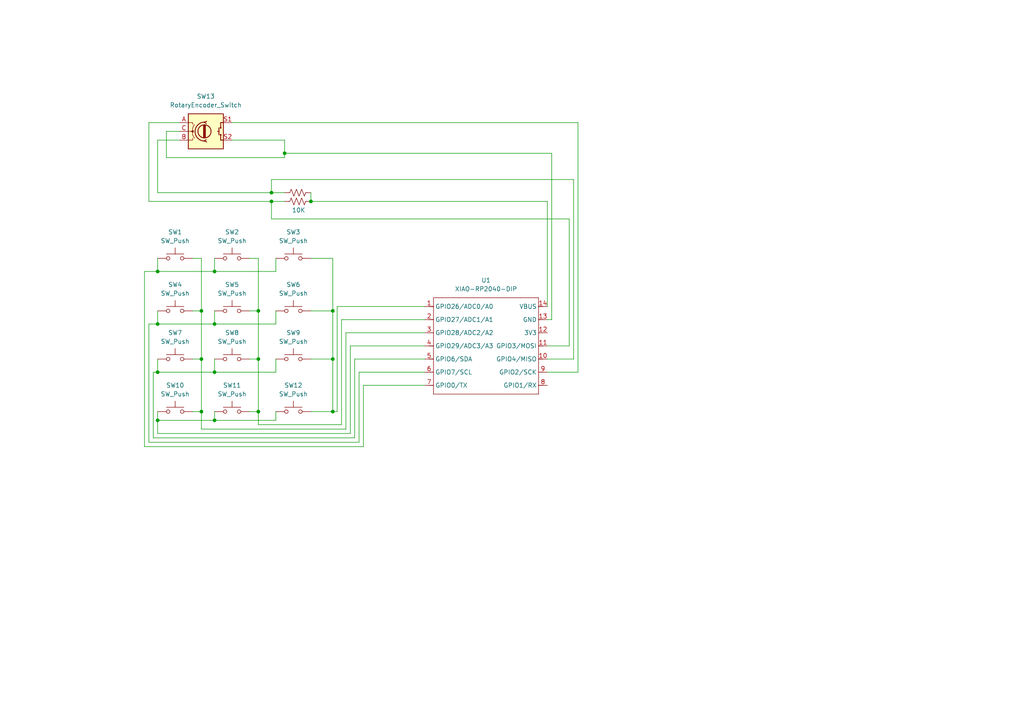
<source format=kicad_sch>
(kicad_sch (version 20250114) (generator "eeschema") (generator_version "9.0")
  (paper "A4")
  (lib_symbols
    (symbol "Device:R_US" (pin_numbers (hide yes)) (pin_names (offset 0))
      (property "Reference" "R" (at 2.54 0 90))
      (property "Value" "R_US" (at -2.54 0 90))
      (symbol "R_US_0_1"
        (polyline (pts (xy 0 2.286) (xy 0 2.54)))
        (polyline (pts (xy 0 2.286) (xy 1.016 1.905) (xy 0 1.524) (xy -1.016 1.143) (xy 0 0.762)))
        (polyline (pts (xy 0 0.762) (xy 1.016 0.381) (xy 0 0) (xy -1.016 -0.381) (xy 0 -0.762)))
        (polyline (pts (xy 0 -0.762) (xy 1.016 -1.143) (xy 0 -1.524) (xy -1.016 -1.905) (xy 0 -2.286)))
        (polyline (pts (xy 0 -2.286) (xy 0 -2.54)))
      )
      (symbol "R_US_1_1"
        (pin passive line (at 0 3.81 270) (length 1.27) (name "~") (number "1"))
        (pin passive line (at 0 -3.81 90) (length 1.27) (name "~") (number "2"))
      )
    )
    (symbol "Device:RotaryEncoder_Switch" (pin_names (offset 0.254) (hide yes))
      (property "Reference" "SW" (at 0 6.604 0))
      (property "Value" "RotaryEncoder_Switch" (at 0 -6.604 0))
      (symbol "RotaryEncoder_Switch_0_1"
        (rectangle (start -5.08 5.08) (end 5.08 -5.08) (stroke (width 0.254)) (fill (type background)))
        (polyline (pts (xy -5.08 2.54) (xy -3.81 2.54) (xy -3.81 2.032)))
        (polyline (pts (xy -5.08 0) (xy -3.81 0) (xy -3.81 -1.016) (xy -3.302 -2.032)))
        (polyline (pts (xy -5.08 -2.54) (xy -3.81 -2.54) (xy -3.81 -2.032)))
        (polyline (pts (xy -4.318 0) (xy -3.81 0) (xy -3.81 1.016) (xy -3.302 2.032)))
        (circle (center -3.81 0) (radius 0.254) (fill (type outline)))
        (polyline (pts (xy -0.635 -1.778) (xy -0.635 1.778)) (stroke (width 0.254)))
        (circle (center -0.381 0) (radius 1.905) (stroke (width 0.254)))
        (polyline (pts (xy -0.381 -1.778) (xy -0.381 1.778)) (stroke (width 0.254)))
        (arc (start -0.381 -2.794) (mid -3.0988 -0.0635) (end -0.381 2.667) (stroke (width 0.254)))
        (polyline (pts (xy -0.127 1.778) (xy -0.127 -1.778)) (stroke (width 0.254)))
        (polyline (pts (xy 0.254 2.921) (xy -0.508 2.667) (xy 0.127 2.286)) (stroke (width 0.254)))
        (polyline (pts (xy 0.254 -3.048) (xy -0.508 -2.794) (xy 0.127 -2.413)) (stroke (width 0.254)))
        (polyline (pts (xy 3.81 1.016) (xy 3.81 -1.016)) (stroke (width 0.254)))
        (polyline (pts (xy 3.81 0) (xy 3.429 0)) (stroke (width 0.254)))
        (circle (center 4.318 1.016) (radius 0.127) (stroke (width 0.254)))
        (circle (center 4.318 -1.016) (radius 0.127) (stroke (width 0.254)))
        (polyline (pts (xy 5.08 2.54) (xy 4.318 2.54) (xy 4.318 1.016)) (stroke (width 0.254)))
        (polyline (pts (xy 5.08 -2.54) (xy 4.318 -2.54) (xy 4.318 -1.016)) (stroke (width 0.254)))
      )
      (symbol "RotaryEncoder_Switch_1_1"
        (pin passive line (at -7.62 2.54 0) (length 2.54) (name "A") (number "A"))
        (pin passive line (at -7.62 0 0) (length 2.54) (name "C") (number "C"))
        (pin passive line (at -7.62 -2.54 0) (length 2.54) (name "B") (number "B"))
        (pin passive line (at 7.62 2.54 180) (length 2.54) (name "S1") (number "S1"))
        (pin passive line (at 7.62 -2.54 180) (length 2.54) (name "S2") (number "S2"))
      )
    )
    (symbol "OPL:XIAO-RP2040-DIP"
      (property "Reference" "U" (at 0 0 0))
      (property "Value" "XIAO-RP2040-DIP" (at 5.334 -1.778 0))
      (symbol "XIAO-RP2040-DIP_1_0"
        (polyline (pts (xy -1.27 -2.54) (xy 29.21 -2.54)) (stroke (width 0.1524)))
        (polyline (pts (xy -1.27 -5.08) (xy -2.54 -5.08)) (stroke (width 0.1524)))
        (polyline (pts (xy -1.27 -5.08) (xy -1.27 -2.54)) (stroke (width 0.1524)))
        (polyline (pts (xy -1.27 -8.89) (xy -2.54 -8.89)) (stroke (width 0.1524)))
        (polyline (pts (xy -1.27 -8.89) (xy -1.27 -5.08)) (stroke (width 0.1524)))
        (polyline (pts (xy -1.27 -12.7) (xy -2.54 -12.7)) (stroke (width 0.1524)))
        (polyline (pts (xy -1.27 -12.7) (xy -1.27 -8.89)) (stroke (width 0.1524)))
        (polyline (pts (xy -1.27 -16.51) (xy -2.54 -16.51)) (stroke (width 0.1524)))
        (polyline (pts (xy -1.27 -16.51) (xy -1.27 -12.7)) (stroke (width 0.1524)))
        (polyline (pts (xy -1.27 -20.32) (xy -2.54 -20.32)) (stroke (width 0.1524)))
        (polyline (pts (xy -1.27 -24.13) (xy -2.54 -24.13)) (stroke (width 0.1524)))
        (polyline (pts (xy -1.27 -27.94) (xy -2.54 -27.94)) (stroke (width 0.1524)))
        (polyline (pts (xy -1.27 -30.48) (xy -1.27 -16.51)) (stroke (width 0.1524)))
        (polyline (pts (xy 29.21 -2.54) (xy 29.21 -5.08)) (stroke (width 0.1524)))
        (polyline (pts (xy 29.21 -5.08) (xy 29.21 -8.89)) (stroke (width 0.1524)))
        (polyline (pts (xy 29.21 -8.89) (xy 29.21 -12.7)) (stroke (width 0.1524)))
        (polyline (pts (xy 29.21 -12.7) (xy 29.21 -30.48)) (stroke (width 0.1524)))
        (polyline (pts (xy 29.21 -30.48) (xy -1.27 -30.48)) (stroke (width 0.1524)))
        (polyline (pts (xy 30.48 -5.08) (xy 29.21 -5.08)) (stroke (width 0.1524)))
        (polyline (pts (xy 30.48 -8.89) (xy 29.21 -8.89)) (stroke (width 0.1524)))
        (polyline (pts (xy 30.48 -12.7) (xy 29.21 -12.7)) (stroke (width 0.1524)))
        (polyline (pts (xy 30.48 -16.51) (xy 29.21 -16.51)) (stroke (width 0.1524)))
        (polyline (pts (xy 30.48 -20.32) (xy 29.21 -20.32)) (stroke (width 0.1524)))
        (polyline (pts (xy 30.48 -24.13) (xy 29.21 -24.13)) (stroke (width 0.1524)))
        (polyline (pts (xy 30.48 -27.94) (xy 29.21 -27.94)) (stroke (width 0.1524)))
        (pin passive line (at -3.81 -5.08 0) (length 2.54) (name "GPIO26/ADC0/A0") (number "1"))
        (pin passive line (at -3.81 -8.89 0) (length 2.54) (name "GPIO27/ADC1/A1") (number "2"))
        (pin passive line (at -3.81 -12.7 0) (length 2.54) (name "GPIO28/ADC2/A2") (number "3"))
        (pin passive line (at -3.81 -16.51 0) (length 2.54) (name "GPIO29/ADC3/A3") (number "4"))
        (pin passive line (at -3.81 -20.32 0) (length 2.54) (name "GPIO6/SDA") (number "5"))
        (pin passive line (at -3.81 -24.13 0) (length 2.54) (name "GPIO7/SCL") (number "6"))
        (pin passive line (at -3.81 -27.94 0) (length 2.54) (name "GPIO0/TX") (number "7"))
        (pin passive line (at 31.75 -5.08 180) (length 2.54) (name "VBUS") (number "14"))
        (pin passive line (at 31.75 -8.89 180) (length 2.54) (name "GND") (number "13"))
        (pin passive line (at 31.75 -12.7 180) (length 2.54) (name "3V3") (number "12"))
        (pin passive line (at 31.75 -16.51 180) (length 2.54) (name "GPIO3/MOSI") (number "11"))
        (pin passive line (at 31.75 -20.32 180) (length 2.54) (name "GPIO4/MISO") (number "10"))
        (pin passive line (at 31.75 -24.13 180) (length 2.54) (name "GPIO2/SCK") (number "9"))
        (pin passive line (at 31.75 -27.94 180) (length 2.54) (name "GPIO1/RX") (number "8"))
      )
    )
    (symbol "Switch:SW_Push" (pin_numbers (hide yes)) (pin_names (offset 1.016) (hide yes))
      (property "Reference" "SW" (at 1.27 2.54 0))
      (property "Value" "SW_Push" (at 0 -1.524 0))
      (symbol "SW_Push_0_1"
        (circle (center -2.032 0) (radius 0.508))
        (polyline (pts (xy 0 1.27) (xy 0 3.048)))
        (circle (center 2.032 0) (radius 0.508))
        (polyline (pts (xy 2.54 1.27) (xy -2.54 1.27)))
        (pin passive line (at -5.08 0 0) (length 2.54) (name "1") (number "1"))
        (pin passive line (at 5.08 0 180) (length 2.54) (name "2") (number "2"))
      )
    )
  )
  (junction (at 82.55 44.45))
  (junction (at 78.74 55.88))
  (junction (at 58.42 90.17))
  (junction (at 78.74 58.42))
  (junction (at 45.72 107.95))
  (junction (at 45.72 93.98))
  (junction (at 74.93 90.17))
  (junction (at 45.72 78.74))
  (junction (at 96.52 104.14))
  (junction (at 58.42 104.14))
  (junction (at 90.17 58.42))
  (junction (at 58.42 119.38))
  (junction (at 45.72 121.92))
  (junction (at 74.93 119.38))
  (junction (at 62.23 93.98))
  (junction (at 96.52 90.17))
  (junction (at 74.93 104.14))
  (junction (at 62.23 78.74))
  (junction (at 62.23 121.92))
  (junction (at 96.52 119.38))
  (junction (at 62.23 107.95))
  (wire (pts (xy 45.72 121.92) (xy 45.72 125.73)))
  (wire (pts (xy 90.17 90.17) (xy 96.52 90.17)))
  (wire (pts (xy 158.75 92.71) (xy 160.02 92.71)))
  (wire (pts (xy 43.18 58.42) (xy 78.74 58.42)))
  (wire (pts (xy 105.41 111.76) (xy 123.19 111.76)))
  (wire (pts (xy 99.06 92.71) (xy 123.19 92.71)))
  (wire (pts (xy 97.79 119.38) (xy 97.79 88.9)))
  (wire (pts (xy 72.39 119.38) (xy 74.93 119.38)))
  (wire (pts (xy 45.72 55.88) (xy 78.74 55.88)))
  (wire (pts (xy 74.93 119.38) (xy 74.93 123.19)))
  (wire (pts (xy 96.52 90.17) (xy 96.52 104.14)))
  (wire (pts (xy 90.17 104.14) (xy 96.52 104.14)))
  (wire (pts (xy 52.07 40.64) (xy 45.72 40.64)))
  (wire (pts (xy 72.39 74.93) (xy 74.93 74.93)))
  (wire (pts (xy 58.42 74.93) (xy 58.42 90.17)))
  (wire (pts (xy 45.72 74.93) (xy 45.72 78.74)))
  (wire (pts (xy 45.72 125.73) (xy 101.6 125.73)))
  (wire (pts (xy 74.93 123.19) (xy 99.06 123.19)))
  (wire (pts (xy 82.55 44.45) (xy 82.55 45.72)))
  (wire (pts (xy 167.64 35.56) (xy 167.64 107.95)))
  (wire (pts (xy 78.74 55.88) (xy 78.74 52.07)))
  (wire (pts (xy 80.01 74.93) (xy 80.01 78.74)))
  (wire (pts (xy 43.18 128.27) (xy 104.14 128.27)))
  (wire (pts (xy 41.91 129.54) (xy 105.41 129.54)))
  (wire (pts (xy 104.14 107.95) (xy 104.14 128.27)))
  (wire (pts (xy 62.23 104.14) (xy 62.23 107.95)))
  (wire (pts (xy 45.72 40.64) (xy 45.72 55.88)))
  (wire (pts (xy 101.6 125.73) (xy 101.6 100.33)))
  (wire (pts (xy 62.23 107.95) (xy 80.01 107.95)))
  (wire (pts (xy 165.1 100.33) (xy 158.75 100.33)))
  (wire (pts (xy 45.72 90.17) (xy 45.72 93.98)))
  (wire (pts (xy 90.17 74.93) (xy 96.52 74.93)))
  (wire (pts (xy 101.6 100.33) (xy 123.19 100.33)))
  (wire (pts (xy 80.01 119.38) (xy 80.01 121.92)))
  (wire (pts (xy 58.42 104.14) (xy 58.42 119.38)))
  (wire (pts (xy 55.88 90.17) (xy 58.42 90.17)))
  (wire (pts (xy 62.23 119.38) (xy 62.23 121.92)))
  (wire (pts (xy 72.39 90.17) (xy 74.93 90.17)))
  (wire (pts (xy 55.88 119.38) (xy 58.42 119.38)))
  (wire (pts (xy 74.93 104.14) (xy 74.93 119.38)))
  (wire (pts (xy 48.26 38.1) (xy 48.26 45.72)))
  (wire (pts (xy 45.72 104.14) (xy 45.72 107.95)))
  (wire (pts (xy 102.87 127) (xy 102.87 104.14)))
  (wire (pts (xy 43.18 35.56) (xy 43.18 58.42)))
  (wire (pts (xy 62.23 74.93) (xy 62.23 78.74)))
  (wire (pts (xy 44.45 107.95) (xy 45.72 107.95)))
  (wire (pts (xy 62.23 78.74) (xy 80.01 78.74)))
  (wire (pts (xy 45.72 121.92) (xy 62.23 121.92)))
  (wire (pts (xy 58.42 119.38) (xy 58.42 124.46)))
  (wire (pts (xy 72.39 104.14) (xy 74.93 104.14)))
  (wire (pts (xy 96.52 104.14) (xy 96.52 119.38)))
  (wire (pts (xy 48.26 45.72) (xy 82.55 45.72)))
  (wire (pts (xy 105.41 129.54) (xy 105.41 111.76)))
  (wire (pts (xy 55.88 74.93) (xy 58.42 74.93)))
  (wire (pts (xy 44.45 107.95) (xy 44.45 127)))
  (wire (pts (xy 100.33 124.46) (xy 100.33 96.52)))
  (wire (pts (xy 78.74 58.42) (xy 82.55 58.42)))
  (wire (pts (xy 67.31 35.56) (xy 167.64 35.56)))
  (wire (pts (xy 78.74 63.5) (xy 165.1 63.5)))
  (wire (pts (xy 78.74 58.42) (xy 78.74 63.5)))
  (wire (pts (xy 165.1 63.5) (xy 165.1 100.33)))
  (wire (pts (xy 82.55 40.64) (xy 82.55 44.45)))
  (wire (pts (xy 45.72 93.98) (xy 62.23 93.98)))
  (wire (pts (xy 102.87 104.14) (xy 123.19 104.14)))
  (wire (pts (xy 90.17 55.88) (xy 90.17 58.42)))
  (wire (pts (xy 96.52 119.38) (xy 97.79 119.38)))
  (wire (pts (xy 43.18 93.98) (xy 43.18 128.27)))
  (wire (pts (xy 52.07 35.56) (xy 43.18 35.56)))
  (wire (pts (xy 58.42 124.46) (xy 100.33 124.46)))
  (wire (pts (xy 97.79 88.9) (xy 123.19 88.9)))
  (wire (pts (xy 44.45 127) (xy 102.87 127)))
  (wire (pts (xy 45.72 78.74) (xy 62.23 78.74)))
  (wire (pts (xy 99.06 123.19) (xy 99.06 92.71)))
  (wire (pts (xy 41.91 78.74) (xy 41.91 129.54)))
  (wire (pts (xy 78.74 52.07) (xy 166.37 52.07)))
  (wire (pts (xy 96.52 74.93) (xy 96.52 90.17)))
  (wire (pts (xy 80.01 90.17) (xy 80.01 93.98)))
  (wire (pts (xy 74.93 90.17) (xy 74.93 104.14)))
  (wire (pts (xy 41.91 78.74) (xy 45.72 78.74)))
  (wire (pts (xy 100.33 96.52) (xy 123.19 96.52)))
  (wire (pts (xy 82.55 44.45) (xy 160.02 44.45)))
  (wire (pts (xy 166.37 52.07) (xy 166.37 104.14)))
  (wire (pts (xy 62.23 90.17) (xy 62.23 93.98)))
  (wire (pts (xy 90.17 119.38) (xy 96.52 119.38)))
  (wire (pts (xy 52.07 38.1) (xy 48.26 38.1)))
  (wire (pts (xy 55.88 104.14) (xy 58.42 104.14)))
  (wire (pts (xy 58.42 90.17) (xy 58.42 104.14)))
  (wire (pts (xy 160.02 92.71) (xy 160.02 44.45)))
  (wire (pts (xy 43.18 93.98) (xy 45.72 93.98)))
  (wire (pts (xy 78.74 55.88) (xy 82.55 55.88)))
  (wire (pts (xy 90.17 58.42) (xy 158.75 58.42)))
  (wire (pts (xy 45.72 107.95) (xy 62.23 107.95)))
  (wire (pts (xy 74.93 74.93) (xy 74.93 90.17)))
  (wire (pts (xy 166.37 104.14) (xy 158.75 104.14)))
  (wire (pts (xy 45.72 119.38) (xy 45.72 121.92)))
  (wire (pts (xy 158.75 58.42) (xy 158.75 88.9)))
  (wire (pts (xy 62.23 121.92) (xy 80.01 121.92)))
  (wire (pts (xy 167.64 107.95) (xy 158.75 107.95)))
  (wire (pts (xy 123.19 107.95) (xy 104.14 107.95)))
  (wire (pts (xy 62.23 93.98) (xy 80.01 93.98)))
  (wire (pts (xy 67.31 40.64) (xy 82.55 40.64)))
  (wire (pts (xy 80.01 104.14) (xy 80.01 107.95)))
  (symbol (lib_id "Switch:SW_Push") (at 50.8 90.17 0) (unit 1)
    (property "Reference" "SW4" (at 50.8 82.55 0))
    (property "Value" "SW_Push" (at 50.8 85.09 0))
    (property "Footprint" "Button_Switch_Keyboard:SW_Cherry_MX_1.00u_Plate" (effects (hide yes)))
    (property "Description" "Push button switch, generic, two pins" (effects (hide yes)))
  )
  (symbol (lib_id "Device:R_US") (at 86.36 55.88 90) (unit 1)
    (property "Reference" "R2" (effects (hide yes)))
    (property "Value" "R_US" (effects (hide yes)))
    (property "Footprint" "Resistor_THT:R_Axial_DIN0207_L6.3mm_D2.5mm_P10.16mm_Horizontal" (effects (hide yes)))
    (property "Description" "Resistor, US symbol" (effects (hide yes)))
  )
  (symbol (lib_id "Switch:SW_Push") (at 67.31 104.14 0) (unit 1)
    (property "Reference" "SW8" (at 67.31 96.52 0))
    (property "Value" "SW_Push" (at 67.31 99.06 0))
    (property "Footprint" "Button_Switch_Keyboard:SW_Cherry_MX_1.00u_PCB" (effects (hide yes)))
    (property "Description" "Push button switch, generic, two pins" (effects (hide yes)))
  )
  (symbol (lib_id "Switch:SW_Push") (at 85.09 90.17 0) (unit 1)
    (property "Reference" "SW6" (at 85.09 82.55 0))
    (property "Value" "SW_Push" (at 85.09 85.09 0))
    (property "Footprint" "Button_Switch_Keyboard:SW_Cherry_MX_1.00u_PCB" (effects (hide yes)))
    (property "Description" "Push button switch, generic, two pins" (effects (hide yes)))
  )
  (symbol (lib_id "Device:RotaryEncoder_Switch") (at 59.69 38.1 0) (unit 1)
    (property "Reference" "SW13" (at 59.69 27.94 0))
    (property "Value" "RotaryEncoder_Switch" (at 59.69 30.48 0))
    (property "Footprint" "Rotary_Encoder:RotaryEncoder_Alps_EC11E-Switch_Vertical_H20mm" (effects (hide yes)))
    (property "Description" "Rotary encoder, dual channel, incremental quadrate outputs, with switch" (effects (hide yes)))
  )
  (symbol (lib_id "Switch:SW_Push") (at 50.8 104.14 0) (unit 1)
    (property "Reference" "SW7" (at 50.8 96.52 0))
    (property "Value" "SW_Push" (at 50.8 99.06 0))
    (property "Footprint" "Button_Switch_Keyboard:SW_Cherry_MX_1.00u_Plate" (effects (hide yes)))
    (property "Description" "Push button switch, generic, two pins" (effects (hide yes)))
  )
  (symbol (lib_id "Switch:SW_Push") (at 50.8 74.93 0) (unit 1)
    (property "Reference" "SW1" (at 50.8 67.31 0))
    (property "Value" "SW_Push" (at 50.8 69.85 0))
    (property "Footprint" "Button_Switch_Keyboard:SW_Cherry_MX_1.00u_PCB" (effects (hide yes)))
    (property "Description" "Push button switch, generic, two pins" (effects (hide yes)))
  )
  (symbol (lib_id "Switch:SW_Push") (at 85.09 74.93 0) (unit 1)
    (property "Reference" "SW3" (at 85.09 67.31 0))
    (property "Value" "SW_Push" (at 85.09 69.85 0))
    (property "Footprint" "Button_Switch_Keyboard:SW_Cherry_MX_1.00u_PCB" (effects (hide yes)))
    (property "Description" "Push button switch, generic, two pins" (effects (hide yes)))
  )
  (symbol (lib_id "Device:R_US") (at 86.36 58.42 90) (unit 1)
    (property "Reference" "R1" (effects (hide yes)))
    (property "Value" "10K" (at 86.614 60.96 90))
    (property "Footprint" "Resistor_THT:R_Axial_DIN0207_L6.3mm_D2.5mm_P10.16mm_Horizontal" (effects (hide yes)))
    (property "Description" "Resistor, US symbol" (effects (hide yes)))
  )
  (symbol (lib_id "OPL:XIAO-RP2040-DIP") (at 127 83.82 0) (unit 1)
    (property "Reference" "U1" (at 140.97 81.28 0))
    (property "Value" "XIAO-RP2040-DIP" (at 140.97 83.82 0))
    (property "Footprint" "OPL:XIAO-RP2040-DIP" (effects (hide yes)))
  )
  (symbol (lib_id "Switch:SW_Push") (at 67.31 119.38 0) (unit 1)
    (property "Reference" "SW11" (at 67.31 111.76 0))
    (property "Value" "SW_Push" (at 67.31 114.3 0))
    (property "Footprint" "Button_Switch_Keyboard:SW_Cherry_MX_1.00u_PCB" (effects (hide yes)))
    (property "Description" "Push button switch, generic, two pins" (effects (hide yes)))
  )
  (symbol (lib_id "Switch:SW_Push") (at 85.09 104.14 0) (unit 1)
    (property "Reference" "SW9" (at 85.09 96.52 0))
    (property "Value" "SW_Push" (at 85.09 99.06 0))
    (property "Footprint" "Button_Switch_Keyboard:SW_Cherry_MX_1.00u_PCB" (effects (hide yes)))
    (property "Description" "Push button switch, generic, two pins" (effects (hide yes)))
  )
  (symbol (lib_id "Switch:SW_Push") (at 85.09 119.38 0) (unit 1)
    (property "Reference" "SW12" (at 85.09 111.76 0))
    (property "Value" "SW_Push" (at 85.09 114.3 0))
    (property "Footprint" "Button_Switch_Keyboard:SW_Cherry_MX_1.00u_PCB" (effects (hide yes)))
    (property "Description" "Push button switch, generic, two pins" (effects (hide yes)))
  )
  (symbol (lib_id "Switch:SW_Push") (at 67.31 90.17 0) (unit 1)
    (property "Reference" "SW5" (at 67.31 82.55 0))
    (property "Value" "SW_Push" (at 67.31 85.09 0))
    (property "Footprint" "Button_Switch_Keyboard:SW_Cherry_MX_1.00u_PCB" (effects (hide yes)))
    (property "Description" "Push button switch, generic, two pins" (effects (hide yes)))
  )
  (symbol (lib_id "Switch:SW_Push") (at 50.8 119.38 0) (unit 1)
    (property "Reference" "SW10" (at 50.8 111.76 0))
    (property "Value" "SW_Push" (at 50.8 114.3 0))
    (property "Footprint" "Button_Switch_Keyboard:SW_Cherry_MX_1.00u_PCB" (effects (hide yes)))
    (property "Description" "Push button switch, generic, two pins" (effects (hide yes)))
  )
  (symbol (lib_id "Switch:SW_Push") (at 67.31 74.93 0) (unit 1)
    (property "Reference" "SW2" (at 67.31 67.31 0))
    (property "Value" "SW_Push" (at 67.31 69.85 0))
    (property "Footprint" "Button_Switch_Keyboard:SW_Cherry_MX_1.00u_PCB" (effects (hide yes)))
    (property "Description" "Push button switch, generic, two pins" (effects (hide yes)))
  )
)
</source>
